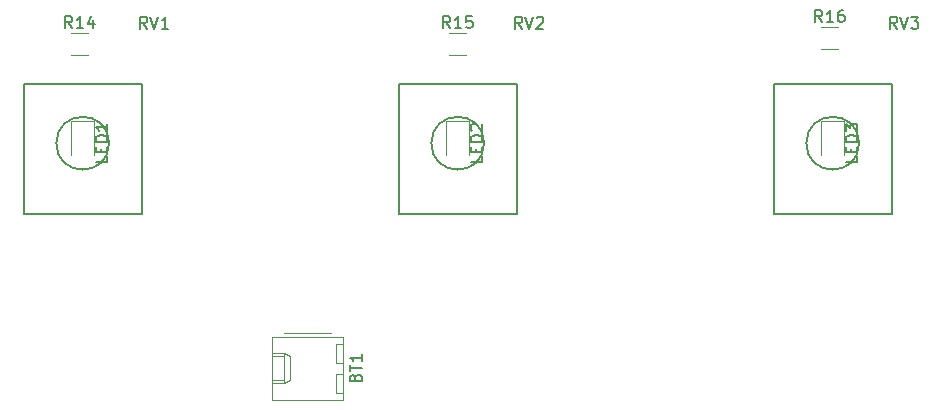
<source format=gbr>
%TF.GenerationSoftware,KiCad,Pcbnew,5.1.7-a382d34a8~87~ubuntu20.04.1*%
%TF.CreationDate,2020-10-16T18:55:23+02:00*%
%TF.ProjectId,3Channel-PiezoAmp,33436861-6e6e-4656-9c2d-5069657a6f41,rev?*%
%TF.SameCoordinates,Original*%
%TF.FileFunction,Legend,Top*%
%TF.FilePolarity,Positive*%
%FSLAX46Y46*%
G04 Gerber Fmt 4.6, Leading zero omitted, Abs format (unit mm)*
G04 Created by KiCad (PCBNEW 5.1.7-a382d34a8~87~ubuntu20.04.1) date 2020-10-16 18:55:23*
%MOMM*%
%LPD*%
G01*
G04 APERTURE LIST*
%ADD10C,0.200000*%
%ADD11C,0.120000*%
%ADD12C,0.150000*%
G04 APERTURE END LIST*
D10*
%TO.C,RV1*%
X56846068Y-80010000D02*
G75*
G03*
X56846068Y-80010000I-2236068J0D01*
G01*
X49610000Y-80010000D02*
X49610000Y-75010000D01*
X49610000Y-75010000D02*
X59610000Y-75010000D01*
X59610000Y-75010000D02*
X59610000Y-86010000D01*
X59610000Y-86010000D02*
X49610000Y-86010000D01*
X49610000Y-86010000D02*
X49610000Y-80010000D01*
%TO.C,RV2*%
X88596068Y-80010000D02*
G75*
G03*
X88596068Y-80010000I-2236068J0D01*
G01*
X81360000Y-80010000D02*
X81360000Y-75010000D01*
X81360000Y-75010000D02*
X91360000Y-75010000D01*
X91360000Y-75010000D02*
X91360000Y-86010000D01*
X91360000Y-86010000D02*
X81360000Y-86010000D01*
X81360000Y-86010000D02*
X81360000Y-80010000D01*
%TO.C,RV3*%
X120346068Y-80010000D02*
G75*
G03*
X120346068Y-80010000I-2236068J0D01*
G01*
X113110000Y-80010000D02*
X113110000Y-75010000D01*
X113110000Y-75010000D02*
X123110000Y-75010000D01*
X123110000Y-75010000D02*
X123110000Y-86010000D01*
X123110000Y-86010000D02*
X113110000Y-86010000D01*
X113110000Y-86010000D02*
X113110000Y-80010000D01*
D11*
%TO.C,BT1*%
X76090000Y-101130000D02*
X76690000Y-101130000D01*
X76090000Y-99530000D02*
X76090000Y-101130000D01*
X76690000Y-99530000D02*
X76090000Y-99530000D01*
X76090000Y-98590000D02*
X76690000Y-98590000D01*
X76090000Y-96990000D02*
X76090000Y-98590000D01*
X76690000Y-96990000D02*
X76090000Y-96990000D01*
X70670000Y-100080000D02*
X71670000Y-100080000D01*
X70670000Y-98040000D02*
X71670000Y-98040000D01*
X72200000Y-100080000D02*
X71670000Y-100330000D01*
X72200000Y-98040000D02*
X72200000Y-100080000D01*
X71670000Y-97790000D02*
X72200000Y-98040000D01*
X71670000Y-100330000D02*
X70670000Y-100330000D01*
X71670000Y-97790000D02*
X71670000Y-100330000D01*
X70670000Y-97790000D02*
X71670000Y-97790000D01*
X75660000Y-96120000D02*
X71660000Y-96120000D01*
X76690000Y-101710000D02*
X76690000Y-96410000D01*
X70670000Y-101710000D02*
X76690000Y-101710000D01*
X70670000Y-96410000D02*
X70670000Y-101710000D01*
X76690000Y-96410000D02*
X70670000Y-96410000D01*
%TO.C,LED1*%
X53650000Y-78150000D02*
X53650000Y-81010000D01*
X55570000Y-78150000D02*
X53650000Y-78150000D01*
X55570000Y-81010000D02*
X55570000Y-78150000D01*
%TO.C,LED2*%
X85400000Y-78150000D02*
X85400000Y-81010000D01*
X87320000Y-78150000D02*
X85400000Y-78150000D01*
X87320000Y-81010000D02*
X87320000Y-78150000D01*
%TO.C,LED3*%
X119070000Y-81010000D02*
X119070000Y-78150000D01*
X119070000Y-78150000D02*
X117150000Y-78150000D01*
X117150000Y-78150000D02*
X117150000Y-81010000D01*
%TO.C,R14*%
X53628936Y-70718000D02*
X55083064Y-70718000D01*
X53628936Y-72538000D02*
X55083064Y-72538000D01*
%TO.C,R15*%
X85632936Y-70718000D02*
X87087064Y-70718000D01*
X85632936Y-72538000D02*
X87087064Y-72538000D01*
%TO.C,R16*%
X117128936Y-72030000D02*
X118583064Y-72030000D01*
X117128936Y-70210000D02*
X118583064Y-70210000D01*
%TO.C,RV1*%
D12*
X60064761Y-70312380D02*
X59731428Y-69836190D01*
X59493333Y-70312380D02*
X59493333Y-69312380D01*
X59874285Y-69312380D01*
X59969523Y-69360000D01*
X60017142Y-69407619D01*
X60064761Y-69502857D01*
X60064761Y-69645714D01*
X60017142Y-69740952D01*
X59969523Y-69788571D01*
X59874285Y-69836190D01*
X59493333Y-69836190D01*
X60350476Y-69312380D02*
X60683809Y-70312380D01*
X61017142Y-69312380D01*
X61874285Y-70312380D02*
X61302857Y-70312380D01*
X61588571Y-70312380D02*
X61588571Y-69312380D01*
X61493333Y-69455238D01*
X61398095Y-69550476D01*
X61302857Y-69598095D01*
%TO.C,RV2*%
X91814761Y-70312380D02*
X91481428Y-69836190D01*
X91243333Y-70312380D02*
X91243333Y-69312380D01*
X91624285Y-69312380D01*
X91719523Y-69360000D01*
X91767142Y-69407619D01*
X91814761Y-69502857D01*
X91814761Y-69645714D01*
X91767142Y-69740952D01*
X91719523Y-69788571D01*
X91624285Y-69836190D01*
X91243333Y-69836190D01*
X92100476Y-69312380D02*
X92433809Y-70312380D01*
X92767142Y-69312380D01*
X93052857Y-69407619D02*
X93100476Y-69360000D01*
X93195714Y-69312380D01*
X93433809Y-69312380D01*
X93529047Y-69360000D01*
X93576666Y-69407619D01*
X93624285Y-69502857D01*
X93624285Y-69598095D01*
X93576666Y-69740952D01*
X93005238Y-70312380D01*
X93624285Y-70312380D01*
%TO.C,RV3*%
X123564761Y-70312380D02*
X123231428Y-69836190D01*
X122993333Y-70312380D02*
X122993333Y-69312380D01*
X123374285Y-69312380D01*
X123469523Y-69360000D01*
X123517142Y-69407619D01*
X123564761Y-69502857D01*
X123564761Y-69645714D01*
X123517142Y-69740952D01*
X123469523Y-69788571D01*
X123374285Y-69836190D01*
X122993333Y-69836190D01*
X123850476Y-69312380D02*
X124183809Y-70312380D01*
X124517142Y-69312380D01*
X124755238Y-69312380D02*
X125374285Y-69312380D01*
X125040952Y-69693333D01*
X125183809Y-69693333D01*
X125279047Y-69740952D01*
X125326666Y-69788571D01*
X125374285Y-69883809D01*
X125374285Y-70121904D01*
X125326666Y-70217142D01*
X125279047Y-70264761D01*
X125183809Y-70312380D01*
X124898095Y-70312380D01*
X124802857Y-70264761D01*
X124755238Y-70217142D01*
%TO.C,BT1*%
X77708571Y-99845714D02*
X77756190Y-99702857D01*
X77803809Y-99655238D01*
X77899047Y-99607619D01*
X78041904Y-99607619D01*
X78137142Y-99655238D01*
X78184761Y-99702857D01*
X78232380Y-99798095D01*
X78232380Y-100179047D01*
X77232380Y-100179047D01*
X77232380Y-99845714D01*
X77280000Y-99750476D01*
X77327619Y-99702857D01*
X77422857Y-99655238D01*
X77518095Y-99655238D01*
X77613333Y-99702857D01*
X77660952Y-99750476D01*
X77708571Y-99845714D01*
X77708571Y-100179047D01*
X77232380Y-99321904D02*
X77232380Y-98750476D01*
X78232380Y-99036190D02*
X77232380Y-99036190D01*
X78232380Y-97893333D02*
X78232380Y-98464761D01*
X78232380Y-98179047D02*
X77232380Y-98179047D01*
X77375238Y-98274285D01*
X77470476Y-98369523D01*
X77518095Y-98464761D01*
%TO.C,LED1*%
X56712380Y-81129047D02*
X56712380Y-81605238D01*
X55712380Y-81605238D01*
X56188571Y-80795714D02*
X56188571Y-80462380D01*
X56712380Y-80319523D02*
X56712380Y-80795714D01*
X55712380Y-80795714D01*
X55712380Y-80319523D01*
X56712380Y-79890952D02*
X55712380Y-79890952D01*
X55712380Y-79652857D01*
X55760000Y-79510000D01*
X55855238Y-79414761D01*
X55950476Y-79367142D01*
X56140952Y-79319523D01*
X56283809Y-79319523D01*
X56474285Y-79367142D01*
X56569523Y-79414761D01*
X56664761Y-79510000D01*
X56712380Y-79652857D01*
X56712380Y-79890952D01*
X56712380Y-78367142D02*
X56712380Y-78938571D01*
X56712380Y-78652857D02*
X55712380Y-78652857D01*
X55855238Y-78748095D01*
X55950476Y-78843333D01*
X55998095Y-78938571D01*
%TO.C,LED2*%
X88462380Y-81129047D02*
X88462380Y-81605238D01*
X87462380Y-81605238D01*
X87938571Y-80795714D02*
X87938571Y-80462380D01*
X88462380Y-80319523D02*
X88462380Y-80795714D01*
X87462380Y-80795714D01*
X87462380Y-80319523D01*
X88462380Y-79890952D02*
X87462380Y-79890952D01*
X87462380Y-79652857D01*
X87510000Y-79510000D01*
X87605238Y-79414761D01*
X87700476Y-79367142D01*
X87890952Y-79319523D01*
X88033809Y-79319523D01*
X88224285Y-79367142D01*
X88319523Y-79414761D01*
X88414761Y-79510000D01*
X88462380Y-79652857D01*
X88462380Y-79890952D01*
X87557619Y-78938571D02*
X87510000Y-78890952D01*
X87462380Y-78795714D01*
X87462380Y-78557619D01*
X87510000Y-78462380D01*
X87557619Y-78414761D01*
X87652857Y-78367142D01*
X87748095Y-78367142D01*
X87890952Y-78414761D01*
X88462380Y-78986190D01*
X88462380Y-78367142D01*
%TO.C,LED3*%
X120212380Y-81129047D02*
X120212380Y-81605238D01*
X119212380Y-81605238D01*
X119688571Y-80795714D02*
X119688571Y-80462380D01*
X120212380Y-80319523D02*
X120212380Y-80795714D01*
X119212380Y-80795714D01*
X119212380Y-80319523D01*
X120212380Y-79890952D02*
X119212380Y-79890952D01*
X119212380Y-79652857D01*
X119260000Y-79510000D01*
X119355238Y-79414761D01*
X119450476Y-79367142D01*
X119640952Y-79319523D01*
X119783809Y-79319523D01*
X119974285Y-79367142D01*
X120069523Y-79414761D01*
X120164761Y-79510000D01*
X120212380Y-79652857D01*
X120212380Y-79890952D01*
X119212380Y-78986190D02*
X119212380Y-78367142D01*
X119593333Y-78700476D01*
X119593333Y-78557619D01*
X119640952Y-78462380D01*
X119688571Y-78414761D01*
X119783809Y-78367142D01*
X120021904Y-78367142D01*
X120117142Y-78414761D01*
X120164761Y-78462380D01*
X120212380Y-78557619D01*
X120212380Y-78843333D01*
X120164761Y-78938571D01*
X120117142Y-78986190D01*
%TO.C,R14*%
X53713142Y-70260380D02*
X53379809Y-69784190D01*
X53141714Y-70260380D02*
X53141714Y-69260380D01*
X53522666Y-69260380D01*
X53617904Y-69308000D01*
X53665523Y-69355619D01*
X53713142Y-69450857D01*
X53713142Y-69593714D01*
X53665523Y-69688952D01*
X53617904Y-69736571D01*
X53522666Y-69784190D01*
X53141714Y-69784190D01*
X54665523Y-70260380D02*
X54094095Y-70260380D01*
X54379809Y-70260380D02*
X54379809Y-69260380D01*
X54284571Y-69403238D01*
X54189333Y-69498476D01*
X54094095Y-69546095D01*
X55522666Y-69593714D02*
X55522666Y-70260380D01*
X55284571Y-69212761D02*
X55046476Y-69927047D01*
X55665523Y-69927047D01*
%TO.C,R15*%
X85717142Y-70260380D02*
X85383809Y-69784190D01*
X85145714Y-70260380D02*
X85145714Y-69260380D01*
X85526666Y-69260380D01*
X85621904Y-69308000D01*
X85669523Y-69355619D01*
X85717142Y-69450857D01*
X85717142Y-69593714D01*
X85669523Y-69688952D01*
X85621904Y-69736571D01*
X85526666Y-69784190D01*
X85145714Y-69784190D01*
X86669523Y-70260380D02*
X86098095Y-70260380D01*
X86383809Y-70260380D02*
X86383809Y-69260380D01*
X86288571Y-69403238D01*
X86193333Y-69498476D01*
X86098095Y-69546095D01*
X87574285Y-69260380D02*
X87098095Y-69260380D01*
X87050476Y-69736571D01*
X87098095Y-69688952D01*
X87193333Y-69641333D01*
X87431428Y-69641333D01*
X87526666Y-69688952D01*
X87574285Y-69736571D01*
X87621904Y-69831809D01*
X87621904Y-70069904D01*
X87574285Y-70165142D01*
X87526666Y-70212761D01*
X87431428Y-70260380D01*
X87193333Y-70260380D01*
X87098095Y-70212761D01*
X87050476Y-70165142D01*
%TO.C,R16*%
X117213142Y-69752380D02*
X116879809Y-69276190D01*
X116641714Y-69752380D02*
X116641714Y-68752380D01*
X117022666Y-68752380D01*
X117117904Y-68800000D01*
X117165523Y-68847619D01*
X117213142Y-68942857D01*
X117213142Y-69085714D01*
X117165523Y-69180952D01*
X117117904Y-69228571D01*
X117022666Y-69276190D01*
X116641714Y-69276190D01*
X118165523Y-69752380D02*
X117594095Y-69752380D01*
X117879809Y-69752380D02*
X117879809Y-68752380D01*
X117784571Y-68895238D01*
X117689333Y-68990476D01*
X117594095Y-69038095D01*
X119022666Y-68752380D02*
X118832190Y-68752380D01*
X118736952Y-68800000D01*
X118689333Y-68847619D01*
X118594095Y-68990476D01*
X118546476Y-69180952D01*
X118546476Y-69561904D01*
X118594095Y-69657142D01*
X118641714Y-69704761D01*
X118736952Y-69752380D01*
X118927428Y-69752380D01*
X119022666Y-69704761D01*
X119070285Y-69657142D01*
X119117904Y-69561904D01*
X119117904Y-69323809D01*
X119070285Y-69228571D01*
X119022666Y-69180952D01*
X118927428Y-69133333D01*
X118736952Y-69133333D01*
X118641714Y-69180952D01*
X118594095Y-69228571D01*
X118546476Y-69323809D01*
%TD*%
M02*

</source>
